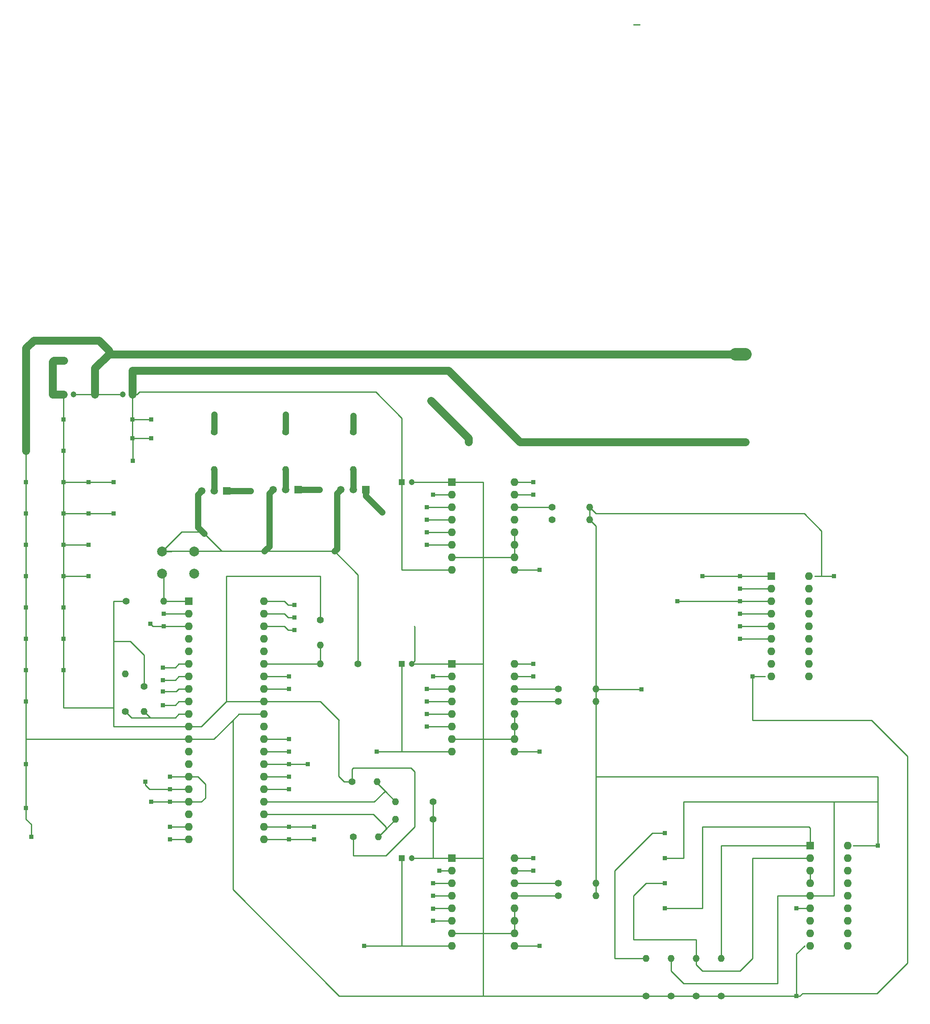
<source format=gbr>
G04 #@! TF.GenerationSoftware,KiCad,Pcbnew,(5.1.2)-2*
G04 #@! TF.CreationDate,2019-12-02T18:06:10-07:00*
G04 #@! TF.ProjectId,sparky,73706172-6b79-42e6-9b69-6361645f7063,rev?*
G04 #@! TF.SameCoordinates,Original*
G04 #@! TF.FileFunction,Copper,L2,Bot*
G04 #@! TF.FilePolarity,Positive*
%FSLAX46Y46*%
G04 Gerber Fmt 4.6, Leading zero omitted, Abs format (unit mm)*
G04 Created by KiCad (PCBNEW (5.1.2)-2) date 2019-12-02 18:06:10*
%MOMM*%
%LPD*%
G04 APERTURE LIST*
%ADD10R,1.600000X1.600000*%
%ADD11O,1.600000X1.600000*%
%ADD12R,0.850000X0.850000*%
%ADD13O,1.400000X1.400000*%
%ADD14C,1.400000*%
%ADD15R,1.500000X1.500000*%
%ADD16C,1.500000*%
%ADD17C,2.000000*%
%ADD18R,1.200000X1.200000*%
%ADD19C,1.200000*%
%ADD20C,0.250000*%
%ADD21C,1.600000*%
%ADD22C,2.500000*%
%ADD23C,1.300000*%
G04 APERTURE END LIST*
D10*
X73660000Y-66040000D03*
D11*
X88900000Y-114300000D03*
X73660000Y-68580000D03*
X88900000Y-111760000D03*
X73660000Y-71120000D03*
X88900000Y-109220000D03*
X73660000Y-73660000D03*
X88900000Y-106680000D03*
X73660000Y-76200000D03*
X88900000Y-104140000D03*
X73660000Y-78740000D03*
X88900000Y-101600000D03*
X73660000Y-81280000D03*
X88900000Y-99060000D03*
X73660000Y-83820000D03*
X88900000Y-96520000D03*
X73660000Y-86360000D03*
X88900000Y-93980000D03*
X73660000Y-88900000D03*
X88900000Y-91440000D03*
X73660000Y-91440000D03*
X88900000Y-88900000D03*
X73660000Y-93980000D03*
X88900000Y-86360000D03*
X73660000Y-96520000D03*
X88900000Y-83820000D03*
X73660000Y-99060000D03*
X88900000Y-81280000D03*
X73660000Y-101600000D03*
X88900000Y-78740000D03*
X73660000Y-104140000D03*
X88900000Y-76200000D03*
X73660000Y-106680000D03*
X88900000Y-73660000D03*
X73660000Y-109220000D03*
X88900000Y-71120000D03*
X73660000Y-111760000D03*
X88900000Y-68580000D03*
X73660000Y-114300000D03*
X88900000Y-66040000D03*
D12*
X171215000Y-15960000D03*
D13*
X78759000Y-39328000D03*
D14*
X78759000Y-31708000D03*
D15*
X109493000Y-43392000D03*
D16*
X104413000Y-43392000D03*
X106953000Y-43392000D03*
D15*
X95777000Y-43392000D03*
D16*
X90697000Y-43392000D03*
X93237000Y-43392000D03*
D15*
X81299000Y-43646000D03*
D16*
X76219000Y-43646000D03*
X78759000Y-43646000D03*
D12*
X112795000Y-47964000D03*
X100095000Y-43392000D03*
X86125000Y-43646000D03*
D13*
X106953000Y-39328000D03*
D14*
X106953000Y-31708000D03*
D13*
X93237000Y-39328000D03*
D14*
X93237000Y-31708000D03*
D12*
X106953000Y-28406000D03*
X93237000Y-28152000D03*
X78759000Y-28152000D03*
X62249000Y-37550000D03*
X122701000Y-25358000D03*
X48279000Y-17230000D03*
X171137000Y-33730000D03*
X130575000Y-15960000D03*
X130321000Y-33740000D03*
X186455000Y-33740000D03*
X186455000Y-15960000D03*
D17*
X68195000Y-60410000D03*
X68195000Y-55910000D03*
X74695000Y-60410000D03*
X74695000Y-55910000D03*
D12*
X65805000Y-70570000D03*
D13*
X64535000Y-88350000D03*
D14*
X64535000Y-83270000D03*
D13*
X60725000Y-80730000D03*
D14*
X60725000Y-88350000D03*
D12*
X64789000Y-102574000D03*
X68345000Y-87080000D03*
X68345000Y-84330000D03*
X68345000Y-82000000D03*
X68345000Y-79460000D03*
X95015000Y-66760000D03*
X95015000Y-69300000D03*
X95015000Y-71840000D03*
D10*
X199595001Y-115570000D03*
D11*
X207215001Y-135890000D03*
X199595001Y-118110000D03*
X207215001Y-133350000D03*
X199595001Y-120650000D03*
X207215001Y-130810000D03*
X199595001Y-123190000D03*
X207215001Y-128270000D03*
X199595001Y-125730000D03*
X207215001Y-125730000D03*
X199595001Y-128270000D03*
X207215001Y-123190000D03*
X199595001Y-130810000D03*
X207215001Y-120650000D03*
X199595001Y-133350000D03*
X207215001Y-118110000D03*
X199595001Y-135890000D03*
X207215001Y-115570000D03*
D10*
X127000000Y-41910000D03*
D11*
X139700000Y-59690000D03*
X127000000Y-44450000D03*
X139700000Y-57150000D03*
X127000000Y-46990000D03*
X139700000Y-54610000D03*
X127000000Y-49530000D03*
X139700000Y-52070000D03*
X127000000Y-52070000D03*
X139700000Y-49530000D03*
X127000000Y-54610000D03*
X139700000Y-46990000D03*
X127000000Y-57150000D03*
X139700000Y-44450000D03*
X127000000Y-59690000D03*
X139700000Y-41910000D03*
X139700000Y-78740000D03*
X127000000Y-96520000D03*
X139700000Y-81280000D03*
X127000000Y-93980000D03*
X139700000Y-83820000D03*
X127000000Y-91440000D03*
X139700000Y-86360000D03*
X127000000Y-88900000D03*
X139700000Y-88900000D03*
X127000000Y-86360000D03*
X139700000Y-91440000D03*
X127000000Y-83820000D03*
X139700000Y-93980000D03*
X127000000Y-81280000D03*
X139700000Y-96520000D03*
D10*
X127000000Y-78740000D03*
X127000000Y-118110000D03*
D11*
X139700000Y-135890000D03*
X127000000Y-120650000D03*
X139700000Y-133350000D03*
X127000000Y-123190000D03*
X139700000Y-130810000D03*
X127000000Y-125730000D03*
X139700000Y-128270000D03*
X127000000Y-128270000D03*
X139700000Y-125730000D03*
X127000000Y-130810000D03*
X139700000Y-123190000D03*
X127000000Y-133350000D03*
X139700000Y-120650000D03*
X127000000Y-135890000D03*
X139700000Y-118110000D03*
D18*
X116840000Y-41910000D03*
D19*
X118840000Y-41910000D03*
X50260000Y-24130000D03*
D18*
X48260000Y-24130000D03*
X116840000Y-78740000D03*
D19*
X118840000Y-78740000D03*
X118840000Y-118110000D03*
D18*
X116840000Y-118110000D03*
X62230000Y-24130000D03*
D19*
X60230000Y-24130000D03*
D12*
X62230000Y-29210000D03*
X62230000Y-33020000D03*
X68580000Y-68580000D03*
X68580000Y-71120000D03*
X93980000Y-83820000D03*
X170180000Y-113030000D03*
X48260000Y-60960000D03*
X48260000Y-73660000D03*
X48260000Y-35560000D03*
X48260000Y-29210000D03*
X48260000Y-48260000D03*
X48260000Y-41910000D03*
X48260000Y-67310000D03*
X48260000Y-54610000D03*
X48260000Y-80010000D03*
X40640000Y-29210000D03*
X40640000Y-35560000D03*
X40640000Y-54610000D03*
X40640000Y-60960000D03*
X40640000Y-67310000D03*
X40640000Y-73660000D03*
X40640000Y-80010000D03*
X40640000Y-86360000D03*
X40640000Y-41910000D03*
X40640000Y-48260000D03*
X69850000Y-101600000D03*
X143510000Y-44450000D03*
X143510000Y-41910000D03*
X93980000Y-104140000D03*
X93980000Y-101600000D03*
X99060000Y-111760000D03*
X144780000Y-59690000D03*
X185420000Y-71120000D03*
X121920000Y-46990000D03*
X121920000Y-49530000D03*
X121920000Y-52070000D03*
X121920000Y-54610000D03*
X93980000Y-99060000D03*
X93980000Y-96520000D03*
X93980000Y-93980000D03*
X66040000Y-106680000D03*
X69850000Y-106680000D03*
X99060000Y-114300000D03*
X93980000Y-114300000D03*
X69850000Y-104140000D03*
X143510000Y-81280000D03*
X143510000Y-120650000D03*
X69850000Y-111760000D03*
X144780000Y-96520000D03*
X144780000Y-135890000D03*
X69850000Y-114300000D03*
X143510000Y-78740000D03*
X170180000Y-128270000D03*
X170180000Y-123190000D03*
X170180000Y-118110000D03*
X93980000Y-81280000D03*
X121920000Y-83820000D03*
X121920000Y-86360000D03*
X121920000Y-88900000D03*
X121920000Y-91440000D03*
X93980000Y-111760000D03*
X97790000Y-99060000D03*
X185420000Y-63500000D03*
X185420000Y-68580000D03*
X143510000Y-118110000D03*
X123190000Y-123190000D03*
X123190000Y-125730000D03*
X123190000Y-128335001D03*
X123190000Y-130810000D03*
D13*
X100330000Y-78740000D03*
D14*
X107950000Y-78740000D03*
X147320000Y-46990000D03*
D13*
X154940000Y-46990000D03*
X154940000Y-49530000D03*
D14*
X147320000Y-49530000D03*
X60960000Y-66040000D03*
D13*
X68580000Y-66040000D03*
D14*
X123190000Y-110194000D03*
D13*
X115570000Y-110194000D03*
D14*
X148590000Y-83820000D03*
D13*
X156210000Y-83820000D03*
X115570000Y-106638000D03*
D14*
X123190000Y-106638000D03*
D13*
X156210000Y-86360000D03*
D14*
X148590000Y-86360000D03*
D13*
X166370000Y-138430000D03*
D14*
X166370000Y-146050000D03*
X171450000Y-146050000D03*
D13*
X171450000Y-138430000D03*
X176530000Y-138430000D03*
D14*
X176530000Y-146050000D03*
X148590000Y-123190000D03*
D13*
X156210000Y-123190000D03*
X156210000Y-125730000D03*
D14*
X148590000Y-125730000D03*
X181610000Y-146050000D03*
D13*
X181610000Y-138430000D03*
X100330000Y-74930000D03*
D14*
X100330000Y-69850000D03*
X106953000Y-113750000D03*
D13*
X112033000Y-113750000D03*
X111779000Y-102574000D03*
D14*
X106699000Y-102574000D03*
D11*
X199390000Y-60960000D03*
X191770000Y-81280000D03*
X199390000Y-63500000D03*
X191770000Y-78740000D03*
X199390000Y-66040000D03*
X191770000Y-76200000D03*
X199390000Y-68580000D03*
X191770000Y-73660000D03*
X199390000Y-71120000D03*
X191770000Y-71120000D03*
X199390000Y-73660000D03*
X191770000Y-68580000D03*
X199390000Y-76200000D03*
X191770000Y-66040000D03*
X199390000Y-78740000D03*
X191770000Y-63500000D03*
X199390000Y-81280000D03*
D10*
X191770000Y-60960000D03*
D12*
X185420000Y-60960000D03*
X185420000Y-66040000D03*
X177800000Y-60960000D03*
X172720000Y-66040000D03*
X185420000Y-73660000D03*
X109220000Y-135890000D03*
X66040000Y-29210000D03*
X111760000Y-96520000D03*
X66040000Y-33020000D03*
X58420000Y-41910000D03*
X123190000Y-81280000D03*
X53340000Y-54610000D03*
X58420000Y-48260000D03*
X123190000Y-44450000D03*
X53340000Y-41910000D03*
X53340000Y-60960000D03*
X124460000Y-120650000D03*
X204470000Y-60960000D03*
X53340000Y-48260000D03*
X165355001Y-83835001D03*
X213360000Y-115570000D03*
X196850000Y-146050000D03*
X40640000Y-99060000D03*
X40640000Y-107950000D03*
X187960000Y-81280000D03*
X196850000Y-128270000D03*
X41675000Y-113750000D03*
D20*
X165100000Y50800000D02*
X163830000Y50800000D01*
X60230000Y-24130000D02*
X54610000Y-24130000D01*
X54610000Y-24130000D02*
X50260000Y-24130000D01*
D21*
X40640000Y-29210000D02*
X40640000Y-35560000D01*
D20*
X40640000Y-35560000D02*
X40640000Y-41910000D01*
X40640000Y-60960000D02*
X40640000Y-67310000D01*
X40640000Y-67310000D02*
X40640000Y-73660000D01*
X40640000Y-73660000D02*
X40640000Y-80010000D01*
X40640000Y-80010000D02*
X40640000Y-86360000D01*
X40640000Y-41910000D02*
X40640000Y-48260000D01*
X83820000Y-88900000D02*
X88900000Y-88900000D01*
X73660000Y-93980000D02*
X78740000Y-93980000D01*
X40640000Y-93980000D02*
X40640000Y-86360000D01*
X139700000Y-128270000D02*
X139700000Y-130810000D01*
X139700000Y-130810000D02*
X139700000Y-133350000D01*
X139700000Y-52070000D02*
X139700000Y-54610000D01*
X139700000Y-54610000D02*
X139700000Y-57150000D01*
X139700000Y-88900000D02*
X139700000Y-91440000D01*
X139700000Y-91440000D02*
X139700000Y-93980000D01*
X127000000Y-41910000D02*
X118840000Y-41910000D01*
X127000000Y-78740000D02*
X118625002Y-78740000D01*
X118625002Y-78740000D02*
X118840000Y-78740000D01*
X181610000Y-146050000D02*
X176530000Y-146050000D01*
X176530000Y-146050000D02*
X171450000Y-146050000D01*
X171450000Y-146050000D02*
X166370000Y-146050000D01*
X133350000Y-133350000D02*
X133350000Y-118110000D01*
X139700000Y-133350000D02*
X133350000Y-133350000D01*
X133350000Y-133350000D02*
X127000000Y-133350000D01*
X133350000Y-118110000D02*
X127000000Y-118110000D01*
X133350000Y-118110000D02*
X133350000Y-93980000D01*
X133350000Y-93980000D02*
X139700000Y-93980000D01*
X133350000Y-93980000D02*
X127000000Y-93980000D01*
X139700000Y-57150000D02*
X133350000Y-57150000D01*
X133350000Y-57150000D02*
X133350000Y-41910000D01*
X133350000Y-57150000D02*
X127000000Y-57150000D01*
X127000000Y-78740000D02*
X133350000Y-78740000D01*
X133350000Y-78740000D02*
X133350000Y-57150000D01*
X133350000Y-93980000D02*
X133350000Y-78740000D01*
X127000000Y-41910000D02*
X133350000Y-41910000D01*
X133350000Y-146050000D02*
X133350000Y-133350000D01*
X119439999Y-78140001D02*
X119439999Y-71179999D01*
X118840000Y-78740000D02*
X119439999Y-78140001D01*
X119439999Y-71179999D02*
X119380000Y-71120000D01*
X196850000Y-146050000D02*
X196850000Y-137510000D01*
X196850000Y-137510000D02*
X198470000Y-135890000D01*
X187960000Y-81280000D02*
X190500000Y-81280000D01*
X40640000Y-93980000D02*
X40640000Y-99060000D01*
X40640000Y-99060000D02*
X40640000Y-107950000D01*
X40640000Y-54610000D02*
X40640000Y-60960000D01*
X123190000Y-109220000D02*
X123190000Y-115570000D01*
X123190000Y-115570000D02*
X123190000Y-118110000D01*
X123190000Y-118110000D02*
X127000000Y-118110000D01*
X118840000Y-118110000D02*
X123190000Y-118110000D01*
X104140000Y-146050000D02*
X133350000Y-146050000D01*
X40640000Y-48260000D02*
X40640000Y-54610000D01*
X40640000Y-93980000D02*
X73660000Y-93980000D01*
X166370000Y-146050000D02*
X133350000Y-146050000D01*
X181610000Y-146050000D02*
X184150000Y-146050000D01*
X196850000Y-146050000D02*
X184150000Y-146050000D01*
X187960000Y-90170000D02*
X187960000Y-81280000D01*
X212090000Y-90170000D02*
X187960000Y-90170000D01*
X40640000Y-107950000D02*
X40640000Y-110175000D01*
X41675000Y-111210000D02*
X41675000Y-113750000D01*
X40640000Y-110175000D02*
X41675000Y-111210000D01*
X70135000Y-55910000D02*
X70165000Y-55880000D01*
X68195000Y-55910000D02*
X70135000Y-55910000D01*
X70165000Y-55880000D02*
X68580000Y-55880000D01*
X68195000Y-55910000D02*
X72155000Y-51950000D01*
X72155000Y-51950000D02*
X76395000Y-51950000D01*
X80325000Y-55880000D02*
X70165000Y-55880000D01*
X197525000Y-146050000D02*
X198075000Y-145500000D01*
X196850000Y-146050000D02*
X197525000Y-146050000D01*
X198075000Y-145500000D02*
X213125000Y-145500000D01*
X219317500Y-139307500D02*
X219317500Y-97397500D01*
X213125000Y-145500000D02*
X219317500Y-139307500D01*
X219317500Y-97397500D02*
X212090000Y-90170000D01*
X107950000Y-60645000D02*
X103185000Y-55880000D01*
X107950000Y-78740000D02*
X107950000Y-60645000D01*
D22*
X186455000Y-15960000D02*
X184430000Y-15960000D01*
D21*
X168675000Y-15960000D02*
X130575000Y-15960000D01*
X54610000Y-18773000D02*
X54610000Y-24069000D01*
X57423000Y-15960000D02*
X54610000Y-18773000D01*
X130575000Y-15960000D02*
X57423000Y-15960000D01*
D20*
X54610000Y-24130000D02*
X54610000Y-24069000D01*
X54610000Y-24069000D02*
X54610000Y-20320000D01*
D21*
X57423000Y-15960000D02*
X57423000Y-15198000D01*
X57423000Y-15198000D02*
X55391000Y-13166000D01*
X55391000Y-13166000D02*
X42183000Y-13166000D01*
X40640000Y-14709000D02*
X40640000Y-21021000D01*
X42183000Y-13166000D02*
X40640000Y-14709000D01*
D20*
X40640000Y-20320000D02*
X40640000Y-21021000D01*
D21*
X40640000Y-21021000D02*
X40640000Y-29210000D01*
D23*
X103663001Y-55401999D02*
X103185000Y-55880000D01*
X103663001Y-44141999D02*
X103663001Y-55401999D01*
X104413000Y-43392000D02*
X103663001Y-44141999D01*
X89947001Y-54893999D02*
X88961000Y-55880000D01*
X89947001Y-44141999D02*
X89947001Y-54893999D01*
X90697000Y-43392000D02*
X89947001Y-44141999D01*
D20*
X103185000Y-55880000D02*
X88961000Y-55880000D01*
X88961000Y-55880000D02*
X80325000Y-55880000D01*
D23*
X75469001Y-51024001D02*
X76727000Y-52282000D01*
X75469001Y-44395999D02*
X75469001Y-51024001D01*
X76219000Y-43646000D02*
X75469001Y-44395999D01*
D20*
X76395000Y-51950000D02*
X76727000Y-52282000D01*
X76727000Y-52282000D02*
X80325000Y-55880000D01*
X123190000Y-106638000D02*
X123190000Y-107673000D01*
X123190000Y-106680000D02*
X123190000Y-107673000D01*
X123190000Y-107673000D02*
X123190000Y-109220000D01*
X123190000Y-110194000D02*
X123190000Y-109220000D01*
D21*
X168675000Y-15960000D02*
X171215000Y-15960000D01*
X171215000Y-15960000D02*
X184430000Y-15960000D01*
D20*
X104140000Y-146050000D02*
X104140000Y-145989000D01*
X104140000Y-145989000D02*
X82569000Y-124418000D01*
X82569000Y-90151000D02*
X82580500Y-90139500D01*
X82569000Y-124418000D02*
X82569000Y-90151000D01*
X78740000Y-93980000D02*
X82580500Y-90139500D01*
X82580500Y-90139500D02*
X83820000Y-88900000D01*
X73660000Y-111760000D02*
X69850000Y-111760000D01*
X144780000Y-59690000D02*
X139700000Y-59690000D01*
X48260000Y-24130000D02*
X48260000Y-29210000D01*
X48260000Y-29210000D02*
X48260000Y-35560000D01*
X48260000Y-35560000D02*
X48260000Y-41910000D01*
X48260000Y-41910000D02*
X48260000Y-48260000D01*
X48260000Y-54610000D02*
X48260000Y-60960000D01*
X48260000Y-60960000D02*
X48260000Y-67310000D01*
X48260000Y-67310000D02*
X48260000Y-73660000D01*
X48260000Y-73660000D02*
X48260000Y-80010000D01*
X48260000Y-80010000D02*
X48260000Y-87630000D01*
X48260000Y-87630000D02*
X53340000Y-87630000D01*
X73660000Y-91440000D02*
X76200000Y-91440000D01*
X81280000Y-86360000D02*
X88900000Y-86360000D01*
X76200000Y-91440000D02*
X81280000Y-86360000D01*
X73660000Y-91440000D02*
X59690000Y-91440000D01*
X59690000Y-91440000D02*
X60960000Y-91440000D01*
X156210000Y-123190000D02*
X156210000Y-125730000D01*
X60960000Y-66040000D02*
X58420000Y-66040000D01*
X156210000Y-86360000D02*
X156210000Y-83820000D01*
X156210000Y-50800000D02*
X154940000Y-49530000D01*
X154940000Y-46990000D02*
X154940000Y-49530000D01*
X100330000Y-69850000D02*
X100330000Y-60960000D01*
X100330000Y-60960000D02*
X81280000Y-60960000D01*
X81280000Y-60960000D02*
X81280000Y-86360000D01*
X88900000Y-86360000D02*
X100330000Y-86360000D01*
X213360000Y-115570000D02*
X208340002Y-115570000D01*
X204470000Y-60960000D02*
X201930000Y-60960000D01*
X201930000Y-60960000D02*
X200660000Y-60960000D01*
X156210000Y-58420000D02*
X156210000Y-50800000D01*
X156210000Y-83820000D02*
X156210000Y-58420000D01*
X213360000Y-115570000D02*
X213360000Y-101600000D01*
X48260000Y-41910000D02*
X53340000Y-41910000D01*
X48260000Y-48260000D02*
X53340000Y-48260000D01*
X58420000Y-41910000D02*
X53340000Y-41910000D01*
X58420000Y-48260000D02*
X53340000Y-48260000D01*
X53340000Y-54610000D02*
X48260000Y-54610000D01*
X53340000Y-60960000D02*
X48260000Y-60960000D01*
X156225001Y-83835001D02*
X156210000Y-83820000D01*
X165355001Y-83835001D02*
X156225001Y-83835001D01*
X127000000Y-81280000D02*
X123190000Y-81280000D01*
X127000000Y-44450000D02*
X123190000Y-44450000D01*
X127000000Y-120650000D02*
X124460000Y-120650000D01*
X156210000Y-48260000D02*
X154940000Y-46990000D01*
X48260000Y-48260000D02*
X48260000Y-54610000D01*
X59690000Y-91440000D02*
X58420000Y-91440000D01*
X53340000Y-87630000D02*
X58420000Y-87630000D01*
X58420000Y-87630000D02*
X58420000Y-91440000D01*
X213360000Y-101600000D02*
X156210000Y-101600000D01*
X156210000Y-101600000D02*
X156210000Y-86360000D01*
X156210000Y-123190000D02*
X156210000Y-101600000D01*
X64535000Y-83270000D02*
X64535000Y-76920000D01*
X61760000Y-74145000D02*
X58420000Y-74145000D01*
X58420000Y-74145000D02*
X58420000Y-87630000D01*
X64535000Y-76920000D02*
X61760000Y-74145000D01*
X58420000Y-66040000D02*
X58420000Y-74145000D01*
X156210000Y-48260000D02*
X198435000Y-48260000D01*
X201930000Y-51755000D02*
X201930000Y-60960000D01*
X198435000Y-48260000D02*
X201930000Y-51755000D01*
D21*
X46060000Y-24130000D02*
X48260000Y-24130000D01*
X45993000Y-24063000D02*
X46060000Y-24130000D01*
X45993000Y-17491000D02*
X45993000Y-24063000D01*
X46254000Y-17230000D02*
X45993000Y-17491000D01*
X48279000Y-17230000D02*
X46254000Y-17230000D01*
D20*
X104001500Y-101445551D02*
X104001500Y-90031500D01*
X100330000Y-86360000D02*
X104001500Y-90031500D01*
X104001500Y-90031500D02*
X104140000Y-90170000D01*
X105129949Y-102574000D02*
X104001500Y-101445551D01*
X106699000Y-102574000D02*
X105129949Y-102574000D01*
X106953000Y-117560000D02*
X106953000Y-113750000D01*
X113557000Y-117560000D02*
X106953000Y-117560000D01*
X106699000Y-100034000D02*
X106953000Y-99780000D01*
X106699000Y-102574000D02*
X106699000Y-100034000D01*
X106953000Y-99780000D02*
X118637000Y-99780000D01*
X118637000Y-99780000D02*
X119399000Y-100542000D01*
X119399000Y-100542000D02*
X119399000Y-111718000D01*
X119399000Y-111718000D02*
X113557000Y-117560000D01*
X200660000Y-60960000D02*
X200515001Y-60960000D01*
X200515001Y-60960000D02*
X200515001Y-60918000D01*
X127000000Y-46990000D02*
X121920000Y-46990000D01*
X127000000Y-49530000D02*
X121920000Y-49530000D01*
X127000000Y-52070000D02*
X121920000Y-52070000D01*
X121920000Y-54610000D02*
X127000000Y-54610000D01*
X147320000Y-46990000D02*
X139700000Y-46990000D01*
X73660000Y-104140000D02*
X69850000Y-104140000D01*
X143510000Y-44450000D02*
X139700000Y-44450000D01*
X64789000Y-103249000D02*
X64789000Y-102574000D01*
X65680000Y-104140000D02*
X64789000Y-103249000D01*
X69850000Y-104140000D02*
X65680000Y-104140000D01*
X62230000Y-24130000D02*
X62230000Y-29210000D01*
X116840000Y-41910000D02*
X116840000Y-59690000D01*
X116840000Y-59690000D02*
X127000000Y-59690000D01*
X116840000Y-78740000D02*
X116840000Y-96520000D01*
X116840000Y-96520000D02*
X125730000Y-96520000D01*
X125730000Y-96520000D02*
X127000000Y-96520000D01*
X116840000Y-135890000D02*
X116840000Y-118110000D01*
X127000000Y-135890000D02*
X116840000Y-135890000D01*
X66040000Y-29210000D02*
X62230000Y-29210000D01*
X62230000Y-29210000D02*
X62230000Y-33020000D01*
X62230000Y-33020000D02*
X66040000Y-33020000D01*
X111760000Y-96520000D02*
X116840000Y-96520000D01*
X109220000Y-135890000D02*
X116840000Y-135890000D01*
X63080000Y-24130000D02*
X63630000Y-23580000D01*
X62230000Y-24130000D02*
X63080000Y-24130000D01*
X63630000Y-23580000D02*
X111525000Y-23580000D01*
X116840000Y-28895000D02*
X116840000Y-41910000D01*
X111525000Y-23580000D02*
X116840000Y-28895000D01*
D21*
X171147000Y-33740000D02*
X171137000Y-33730000D01*
X62230000Y-19281000D02*
X62230000Y-24130000D01*
X62249000Y-19262000D02*
X62230000Y-19281000D01*
X126257000Y-19262000D02*
X62249000Y-19262000D01*
X168597000Y-33730000D02*
X140725000Y-33730000D01*
X140725000Y-33730000D02*
X126257000Y-19262000D01*
D20*
X62249000Y-33039000D02*
X62230000Y-33020000D01*
X62249000Y-37550000D02*
X62249000Y-33039000D01*
D21*
X168597000Y-33730000D02*
X171137000Y-33730000D01*
D20*
X186445000Y-33730000D02*
X186455000Y-33740000D01*
D21*
X171137000Y-33730000D02*
X186445000Y-33730000D01*
D20*
X73660000Y-114300000D02*
X69850000Y-114300000D01*
X143510000Y-41910000D02*
X139700000Y-41910000D01*
X93980000Y-111760000D02*
X88900000Y-111760000D01*
X99060000Y-111760000D02*
X93980000Y-111760000D01*
X143510000Y-78740000D02*
X139700000Y-78740000D01*
X191770000Y-71120000D02*
X185420000Y-71120000D01*
X148590000Y-83820000D02*
X139700000Y-83820000D01*
X127000000Y-91440000D02*
X121920000Y-91440000D01*
X148590000Y-86360000D02*
X139700000Y-86360000D01*
X127000000Y-88900000D02*
X121920000Y-88900000D01*
X127000000Y-86360000D02*
X121920000Y-86360000D01*
X127000000Y-83820000D02*
X121920000Y-83820000D01*
X99060000Y-114300000D02*
X93980000Y-114300000D01*
X93980000Y-114300000D02*
X88900000Y-114300000D01*
X144780000Y-135890000D02*
X139700000Y-135890000D01*
X144780000Y-96520000D02*
X139700000Y-96520000D01*
X127000000Y-123190000D02*
X123190000Y-123190000D01*
X127000000Y-125730000D02*
X123190000Y-125730000D01*
X122950002Y-128270000D02*
X122885001Y-128335001D01*
X123255001Y-128270000D02*
X123190000Y-128335001D01*
X127000000Y-128270000D02*
X123255001Y-128270000D01*
X148590000Y-125730000D02*
X139700000Y-125730000D01*
X127000000Y-130810000D02*
X123190000Y-130810000D01*
X148590000Y-123190000D02*
X139700000Y-123190000D01*
X143510000Y-118110000D02*
X139700000Y-118110000D01*
X191770000Y-73660000D02*
X185420000Y-73660000D01*
X73660000Y-68580000D02*
X68580000Y-68580000D01*
X73660000Y-71120000D02*
X68580000Y-71120000D01*
X66355000Y-71120000D02*
X65805000Y-70570000D01*
X68580000Y-71120000D02*
X66355000Y-71120000D01*
X88900000Y-71120000D02*
X93025000Y-71120000D01*
X93745000Y-71840000D02*
X95015000Y-71840000D01*
X93025000Y-71120000D02*
X93745000Y-71840000D01*
X88900000Y-68580000D02*
X93025000Y-68580000D01*
X93745000Y-69300000D02*
X95015000Y-69300000D01*
X93025000Y-68580000D02*
X93745000Y-69300000D01*
X88900000Y-66040000D02*
X93025000Y-66040000D01*
X93745000Y-66760000D02*
X95015000Y-66760000D01*
X93025000Y-66040000D02*
X93745000Y-66760000D01*
X93980000Y-83820000D02*
X88900000Y-83820000D01*
X196850000Y-128270000D02*
X199595001Y-128270000D01*
X93980000Y-81280000D02*
X88900000Y-81280000D01*
X167640000Y-113030000D02*
X160020000Y-120650000D01*
X170180000Y-113030000D02*
X167640000Y-113030000D01*
X160020000Y-120650000D02*
X160020000Y-138430000D01*
X166370000Y-138430000D02*
X160020000Y-138430000D01*
X73660000Y-83820000D02*
X71605000Y-83820000D01*
X71095000Y-84330000D02*
X68345000Y-84330000D01*
X71605000Y-83820000D02*
X71095000Y-84330000D01*
X93980000Y-104140000D02*
X88900000Y-104140000D01*
X93980000Y-101600000D02*
X88900000Y-101600000D01*
X93980000Y-99060000D02*
X88900000Y-99060000D01*
X97790000Y-99060000D02*
X93980000Y-99060000D01*
X93980000Y-96520000D02*
X88900000Y-96520000D01*
X191770000Y-60960000D02*
X185420000Y-60960000D01*
X185420000Y-60960000D02*
X177800000Y-60960000D01*
X93980000Y-93980000D02*
X88900000Y-93980000D01*
X191770000Y-66040000D02*
X185420000Y-66040000D01*
X185420000Y-66040000D02*
X172720000Y-66040000D01*
X199595001Y-111965001D02*
X199595001Y-115570000D01*
X199390000Y-111760000D02*
X199595001Y-111965001D01*
X180340000Y-111760000D02*
X199390000Y-111760000D01*
X170180000Y-128270000D02*
X172720000Y-128270000D01*
X181610000Y-115570000D02*
X181610000Y-138430000D01*
X199595001Y-115570000D02*
X181610000Y-115570000D01*
X180340000Y-111760000D02*
X177800000Y-111760000D01*
X177800000Y-111760000D02*
X177800000Y-128270000D01*
X177800000Y-128270000D02*
X172720000Y-128270000D01*
X170180000Y-123190000D02*
X166370000Y-123190000D01*
X166370000Y-123190000D02*
X163830000Y-125730000D01*
X163830000Y-125730000D02*
X163830000Y-134620000D01*
X176530000Y-139700000D02*
X176530000Y-138430000D01*
X177800000Y-140970000D02*
X176530000Y-139700000D01*
X187960000Y-118110000D02*
X187960000Y-138430000D01*
X185420000Y-140970000D02*
X177800000Y-140970000D01*
X187960000Y-138430000D02*
X185420000Y-140970000D01*
X199595001Y-118110000D02*
X187960000Y-118110000D01*
X163830000Y-134620000D02*
X176530000Y-134620000D01*
X176530000Y-134620000D02*
X176530000Y-138430000D01*
X204470000Y-125730000D02*
X199595001Y-125730000D01*
X204470000Y-106680000D02*
X204470000Y-125730000D01*
X170180000Y-118110000D02*
X172720000Y-118110000D01*
X171450000Y-140970000D02*
X171450000Y-138430000D01*
X173990000Y-143510000D02*
X171450000Y-140970000D01*
X193040000Y-125730000D02*
X193040000Y-143510000D01*
X199595001Y-125730000D02*
X193040000Y-125730000D01*
X193040000Y-143510000D02*
X173990000Y-143510000D01*
X173990000Y-118110000D02*
X170180000Y-118110000D01*
X173990000Y-106680000D02*
X173990000Y-118110000D01*
X213360000Y-106680000D02*
X173990000Y-106680000D01*
X191770000Y-63500000D02*
X185420000Y-63500000D01*
X191770000Y-68580000D02*
X185420000Y-68580000D01*
X93980000Y-78740000D02*
X88900000Y-78740000D01*
X100330000Y-78740000D02*
X93980000Y-78740000D01*
X100330000Y-74930000D02*
X100330000Y-78740000D01*
X73660000Y-66040000D02*
X68580000Y-66040000D01*
X68580000Y-60795000D02*
X68195000Y-60410000D01*
X68580000Y-61445000D02*
X68580000Y-60795000D01*
X68580000Y-66040000D02*
X68580000Y-61445000D01*
X68580000Y-61445000D02*
X68580000Y-60960000D01*
X199595001Y-121781370D02*
X199595001Y-123190000D01*
X199595001Y-120650000D02*
X199595001Y-121781370D01*
X73660000Y-78740000D02*
X71605000Y-78740000D01*
X70885000Y-79460000D02*
X68345000Y-79460000D01*
X71605000Y-78740000D02*
X70885000Y-79460000D01*
X73660000Y-106680000D02*
X69850000Y-106680000D01*
X69850000Y-106680000D02*
X66040000Y-106680000D01*
X143510000Y-81280000D02*
X139700000Y-81280000D01*
X143510000Y-120650000D02*
X139700000Y-120650000D01*
X73660000Y-101600000D02*
X69850000Y-101600000D01*
X73660000Y-101600000D02*
X75499000Y-101600000D01*
X75499000Y-101600000D02*
X76981000Y-103082000D01*
X76981000Y-103082000D02*
X76981000Y-105876000D01*
X76177000Y-106680000D02*
X73660000Y-106680000D01*
X76981000Y-105876000D02*
X76177000Y-106680000D01*
X73660000Y-81280000D02*
X71605000Y-81280000D01*
X70885000Y-82000000D02*
X68345000Y-82000000D01*
X71605000Y-81280000D02*
X70885000Y-82000000D01*
X73660000Y-86360000D02*
X71605000Y-86360000D01*
X70885000Y-87080000D02*
X68345000Y-87080000D01*
X71605000Y-86360000D02*
X70885000Y-87080000D01*
X65805000Y-89620000D02*
X64535000Y-88350000D01*
X70885000Y-89620000D02*
X65805000Y-89620000D01*
X71605000Y-88900000D02*
X70885000Y-89620000D01*
X73660000Y-88900000D02*
X71605000Y-88900000D01*
X61995000Y-89620000D02*
X60725000Y-88350000D01*
X65805000Y-89620000D02*
X61995000Y-89620000D01*
D21*
X130321000Y-32978000D02*
X122701000Y-25358000D01*
X130321000Y-33740000D02*
X130321000Y-32978000D01*
D23*
X78759000Y-28152000D02*
X78759000Y-31708000D01*
X86125000Y-43646000D02*
X81299000Y-43646000D01*
X93237000Y-28152000D02*
X93237000Y-31708000D01*
X100095000Y-43392000D02*
X95777000Y-43392000D01*
X106953000Y-28406000D02*
X106953000Y-31708000D01*
X109493000Y-44662000D02*
X112795000Y-47964000D01*
X109493000Y-43392000D02*
X109493000Y-44662000D01*
X78759000Y-39328000D02*
X78759000Y-43646000D01*
X93237000Y-39328000D02*
X93237000Y-43392000D01*
X106953000Y-39328000D02*
X106953000Y-43392000D01*
D20*
X115570000Y-110213000D02*
X115570000Y-110194000D01*
X113557000Y-112226000D02*
X113557000Y-111718000D01*
X113557000Y-112226000D02*
X115570000Y-110213000D01*
X112033000Y-113750000D02*
X113557000Y-112226000D01*
X111059000Y-109220000D02*
X88900000Y-109220000D01*
X113557000Y-111718000D02*
X111059000Y-109220000D01*
X111779000Y-102847000D02*
X111779000Y-102574000D01*
X113547500Y-104615500D02*
X113293500Y-104615500D01*
X113547500Y-104615500D02*
X111779000Y-102847000D01*
X115570000Y-106638000D02*
X113547500Y-104615500D01*
X111229000Y-106680000D02*
X88900000Y-106680000D01*
X113293500Y-104615500D02*
X111229000Y-106680000D01*
M02*

</source>
